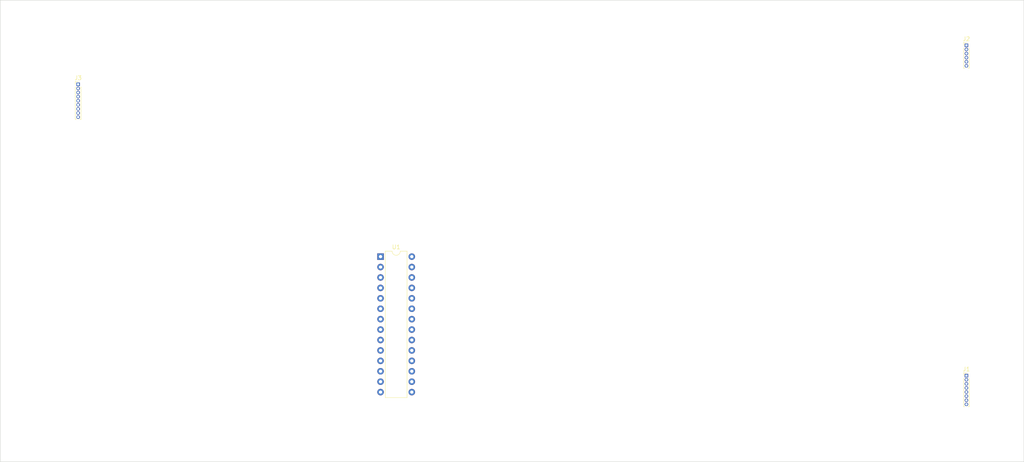
<source format=kicad_pcb>
(kicad_pcb (version 20211014) (generator pcbnew)
  (layers (0 "F.Cu" signal) (31 "B.Cu" signal) (34 "B.Paste" user) (35 "F.Paste" user) (36 "B.SilkS" user "B.Silkscreen") (37 "F.SilkS" user "F.Silkscreen") (38 "B.Mask" user) (39 "F.Mask" user) (44 "Edge.Cuts" user))
  (net 0 "")
  (net 2 "Net-(J3-Pad6)")
  (net 3 "Net-(J3-Pad5)")
  (net 7 "VCC")
  (net 8 "GND")
  (net 16 "Net-(J1-Pad2)")
  (net 17 "Net-(J1-Pad3)")
  (net 18 "Net-(J1-Pad4)")
  (net 19 "Net-(J1-Pad5)")
  (net 26 "Net-(J2-Pad3)")
  (net 27 "Net-(J2-Pad2)")
  (footprint "Package_DIP:DIP-28_W7.62mm" (layer "F.Cu") (at 113.7 81.5)
    (fp_text reference "U1" (at 3.81 -2.33) (layer "F.SilkS"))
    (fp_text value "ATmega328-P")
    (fp_line (start 1.16 -1.33) (end 1.16 34.35) (layer "F.SilkS") (width 0.12))
    (fp_line (start 2.81 -1.33) (end 1.16 -1.33) (layer "F.SilkS") (width 0.12))
    (fp_line (start 1.16 34.35) (end 6.46 34.35) (layer "F.SilkS") (width 0.12))
    (fp_line (start 6.46 34.35) (end 6.46 -1.33) (layer "F.SilkS") (width 0.12))
    (fp_line (start 6.46 -1.33) (end 4.81 -1.33) (layer "F.SilkS") (width 0.12))
    (fp_arc (start 4.81 -1.33) (mid 3.81 -0.33) (end 2.81 -1.33) (layer "F.SilkS") (width 0.12))
    (pad "1" thru_hole rect (at 0 0) (size 1.6 1.6) (drill 0.8) (layers *.Cu *.Mask))
    (pad "2" thru_hole oval (at 0 2.54) (size 1.6 1.6) (drill 0.8) (layers *.Cu *.Mask) (net 2 "Net-(J3-Pad6)"))
    (pad "3" thru_hole oval (at 0 5.08) (size 1.6 1.6) (drill 0.8) (layers *.Cu *.Mask) (net 3 "Net-(J3-Pad5)"))
    (pad "4" thru_hole oval (at 0 7.62) (size 1.6 1.6) (drill 0.8) (layers *.Cu *.Mask))
    (pad "5" thru_hole oval (at 0 10.16) (size 1.6 1.6) (drill 0.8) (layers *.Cu *.Mask))
    (pad "6" thru_hole oval (at 0 12.7) (size 1.6 1.6) (drill 0.8) (layers *.Cu *.Mask))
    (pad "7" thru_hole oval (at 0 15.24) (size 1.6 1.6) (drill 0.8) (layers *.Cu *.Mask) (net 7 "VCC"))
    (pad "8" thru_hole oval (at 0 17.78) (size 1.6 1.6) (drill 0.8) (layers *.Cu *.Mask) (net 8 "GND"))
    (pad "9" thru_hole oval (at 0 20.32) (size 1.6 1.6) (drill 0.8) (layers *.Cu *.Mask))
    (pad "10" thru_hole oval (at 0 22.86) (size 1.6 1.6) (drill 0.8) (layers *.Cu *.Mask))
    (pad "11" thru_hole oval (at 0 25.4) (size 1.6 1.6) (drill 0.8) (layers *.Cu *.Mask))
    (pad "12" thru_hole oval (at 0 27.94) (size 1.6 1.6) (drill 0.8) (layers *.Cu *.Mask))
    (pad "13" thru_hole oval (at 0 30.48) (size 1.6 1.6) (drill 0.8) (layers *.Cu *.Mask))
    (pad "14" thru_hole oval (at 0 33.02) (size 1.6 1.6) (drill 0.8) (layers *.Cu *.Mask))
    (pad "15" thru_hole oval (at 7.62 33.02) (size 1.6 1.6) (drill 0.8) (layers *.Cu *.Mask))
    (pad "16" thru_hole oval (at 7.62 30.48) (size 1.6 1.6) (drill 0.8) (layers *.Cu *.Mask) (net 16 "Net-(J1-Pad2)"))
    (pad "17" thru_hole oval (at 7.62 27.94) (size 1.6 1.6) (drill 0.8) (layers *.Cu *.Mask) (net 17 "Net-(J1-Pad3)"))
    (pad "18" thru_hole oval (at 7.62 25.4) (size 1.6 1.6) (drill 0.8) (layers *.Cu *.Mask) (net 18 "Net-(J1-Pad4)"))
    (pad "19" thru_hole oval (at 7.62 22.86) (size 1.6 1.6) (drill 0.8) (layers *.Cu *.Mask) (net 19 "Net-(J1-Pad5)"))
    (pad "20" thru_hole oval (at 7.62 20.32) (size 1.6 1.6) (drill 0.8) (layers *.Cu *.Mask))
    (pad "21" thru_hole oval (at 7.62 17.78) (size 1.6 1.6) (drill 0.8) (layers *.Cu *.Mask))
    (pad "22" thru_hole oval (at 7.62 15.24) (size 1.6 1.6) (drill 0.8) (layers *.Cu *.Mask) (net 8 "GND"))
    (pad "23" thru_hole oval (at 7.62 12.7) (size 1.6 1.6) (drill 0.8) (layers *.Cu *.Mask))
    (pad "24" thru_hole oval (at 7.62 10.16) (size 1.6 1.6) (drill 0.8) (layers *.Cu *.Mask))
    (pad "25" thru_hole oval (at 7.62 7.62) (size 1.6 1.6) (drill 0.8) (layers *.Cu *.Mask))
    (pad "26" thru_hole oval (at 7.62 5.08) (size 1.6 1.6) (drill 0.8) (layers *.Cu *.Mask))
    (pad "27" thru_hole oval (at 7.62 2.54) (size 1.6 1.6) (drill 0.8) (layers *.Cu *.Mask) (net 26 "Net-(J2-Pad3)"))
    (pad "28" thru_hole oval (at 7.62 0) (size 1.6 1.6) (drill 0.8) (layers *.Cu *.Mask) (net 27 "Net-(J2-Pad2)"))
  )
  (footprint "Connector_PinHeader_1.00mm:PinHeader_1x09_P1.00mm_Vertical" (layer "F.Cu") (at 40 39.5)
    (fp_text reference "J3" (at 0 -1.56) (layer "F.SilkS"))
    (fp_text value "Conn_01x09_Female")
    (fp_line (start 0.608276 0.685) (end 0.695 0.685) (layer "F.SilkS") (width 0.12))
    (fp_line (start 0.695 0.685) (end 0.695 8.56) (layer "F.SilkS") (width 0.12))
    (fp_line (start -0.695 0.685) (end -0.695 8.56) (layer "F.SilkS") (width 0.12))
    (fp_line (start 0.394493 8.56) (end 0.695 8.56) (layer "F.SilkS") (width 0.12))
    (fp_line (start -0.695 0.685) (end -0.608276 0.685) (layer "F.SilkS") (width 0.12))
    (fp_line (start -0.695 -0.685) (end 0 -0.685) (layer "F.SilkS") (width 0.12))
    (fp_line (start -0.695 8.56) (end -0.394493 8.56) (layer "F.SilkS") (width 0.12))
    (fp_line (start -0.695 0) (end -0.695 -0.685) (layer "F.SilkS") (width 0.12))
    (pad "1" thru_hole rect (at 0 0) (size 0.85 0.85) (drill 0.5) (layers *.Cu *.Mask))
    (pad "2" thru_hole oval (at 0 1) (size 0.85 0.85) (drill 0.5) (layers *.Cu *.Mask))
    (pad "3" thru_hole oval (at 0 2) (size 0.85 0.85) (drill 0.5) (layers *.Cu *.Mask))
    (pad "4" thru_hole oval (at 0 3) (size 0.85 0.85) (drill 0.5) (layers *.Cu *.Mask))
    (pad "5" thru_hole oval (at 0 4) (size 0.85 0.85) (drill 0.5) (layers *.Cu *.Mask) (net 3 "Net-(J3-Pad5)"))
    (pad "6" thru_hole oval (at 0 5) (size 0.85 0.85) (drill 0.5) (layers *.Cu *.Mask) (net 2 "Net-(J3-Pad6)"))
    (pad "7" thru_hole oval (at 0 6) (size 0.85 0.85) (drill 0.5) (layers *.Cu *.Mask) (net 8 "GND"))
    (pad "8" thru_hole oval (at 0 7) (size 0.85 0.85) (drill 0.5) (layers *.Cu *.Mask) (net 7 "VCC"))
    (pad "9" thru_hole oval (at 0 8) (size 0.85 0.85) (drill 0.5) (layers *.Cu *.Mask))
  )
  (footprint "Connector_PinHeader_1.00mm:PinHeader_1x06_P1.00mm_Vertical" (layer "F.Cu") (at 256.5 30)
    (fp_text reference "J2" (at 0 -1.56) (layer "F.SilkS"))
    (fp_text value "Conn_01x06_Female")
    (fp_line (start -0.695 0) (end -0.695 -0.685) (layer "F.SilkS") (width 0.12))
    (fp_line (start 0.394493 5.56) (end 0.695 5.56) (layer "F.SilkS") (width 0.12))
    (fp_line (start -0.695 -0.685) (end 0 -0.685) (layer "F.SilkS") (width 0.12))
    (fp_line (start 0.695 0.685) (end 0.695 5.56) (layer "F.SilkS") (width 0.12))
    (fp_line (start -0.695 0.685) (end -0.695 5.56) (layer "F.SilkS") (width 0.12))
    (fp_line (start 0.608276 0.685) (end 0.695 0.685) (layer "F.SilkS") (width 0.12))
    (fp_line (start -0.695 5.56) (end -0.394493 5.56) (layer "F.SilkS") (width 0.12))
    (fp_line (start -0.695 0.685) (end -0.608276 0.685) (layer "F.SilkS") (width 0.12))
    (pad "1" thru_hole rect (at 0 0) (size 0.85 0.85) (drill 0.5) (layers *.Cu *.Mask))
    (pad "2" thru_hole oval (at 0 1) (size 0.85 0.85) (drill 0.5) (layers *.Cu *.Mask) (net 27 "Net-(J2-Pad2)"))
    (pad "3" thru_hole oval (at 0 2) (size 0.85 0.85) (drill 0.5) (layers *.Cu *.Mask) (net 26 "Net-(J2-Pad3)"))
    (pad "4" thru_hole oval (at 0 3) (size 0.85 0.85) (drill 0.5) (layers *.Cu *.Mask) (net 8 "GND"))
    (pad "5" thru_hole oval (at 0 4) (size 0.85 0.85) (drill 0.5) (layers *.Cu *.Mask))
    (pad "6" thru_hole oval (at 0 5) (size 0.85 0.85) (drill 0.5) (layers *.Cu *.Mask) (net 7 "VCC"))
  )
  (footprint "Connector_PinHeader_1.00mm:PinHeader_1x08_P1.00mm_Vertical" (layer "F.Cu") (at 256.5 110.5)
    (fp_text reference "J1" (at 0 -1.56) (layer "F.SilkS"))
    (fp_text value "Conn_01x08_Female")
    (fp_line (start 0.394493 7.56) (end 0.695 7.56) (layer "F.SilkS") (width 0.12))
    (fp_line (start -0.695 0) (end -0.695 -0.685) (layer "F.SilkS") (width 0.12))
    (fp_line (start 0.695 0.685) (end 0.695 7.56) (layer "F.SilkS") (width 0.12))
    (fp_line (start -0.695 0.685) (end -0.695 7.56) (layer "F.SilkS") (width 0.12))
    (fp_line (start -0.695 -0.685) (end 0 -0.685) (layer "F.SilkS") (width 0.12))
    (fp_line (start -0.695 0.685) (end -0.608276 0.685) (layer "F.SilkS") (width 0.12))
    (fp_line (start 0.608276 0.685) (end 0.695 0.685) (layer "F.SilkS") (width 0.12))
    (fp_line (start -0.695 7.56) (end -0.394493 7.56) (layer "F.SilkS") (width 0.12))
    (pad "1" thru_hole rect (at 0 0) (size 0.85 0.85) (drill 0.5) (layers *.Cu *.Mask))
    (pad "2" thru_hole oval (at 0 1) (size 0.85 0.85) (drill 0.5) (layers *.Cu *.Mask) (net 16 "Net-(J1-Pad2)"))
    (pad "3" thru_hole oval (at 0 2) (size 0.85 0.85) (drill 0.5) (layers *.Cu *.Mask) (net 17 "Net-(J1-Pad3)"))
    (pad "4" thru_hole oval (at 0 3) (size 0.85 0.85) (drill 0.5) (layers *.Cu *.Mask) (net 18 "Net-(J1-Pad4)"))
    (pad "5" thru_hole oval (at 0 4) (size 0.85 0.85) (drill 0.5) (layers *.Cu *.Mask) (net 19 "Net-(J1-Pad5)"))
    (pad "6" thru_hole oval (at 0 5) (size 0.85 0.85) (drill 0.5) (layers *.Cu *.Mask) (net 8 "GND"))
    (pad "7" thru_hole oval (at 0 6) (size 0.85 0.85) (drill 0.5) (layers *.Cu *.Mask))
    (pad "8" thru_hole oval (at 0 7) (size 0.85 0.85) (drill 0.5) (layers *.Cu *.Mask) (net 7 "VCC"))
  )
  (gr_rect (start 21 19) (end 270.5 131.5) (layer "Edge.Cuts") (width 0.1) (fill none))
)
</source>
